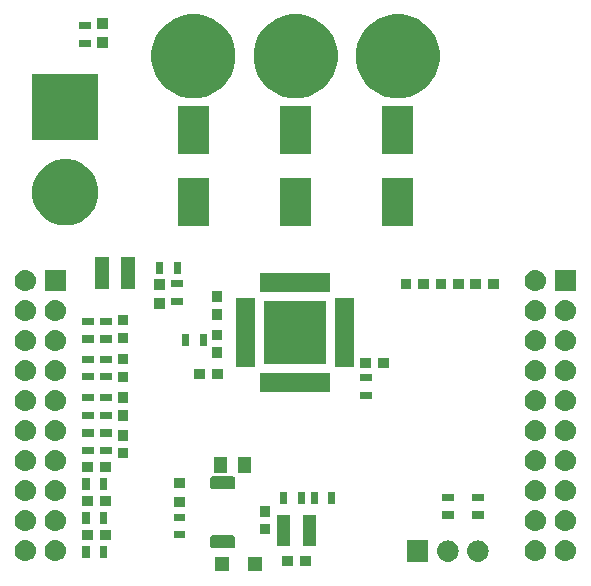
<source format=gts>
G04 #@! TF.GenerationSoftware,KiCad,Pcbnew,(5.1.4)-1*
G04 #@! TF.CreationDate,2019-08-28T01:11:50-07:00*
G04 #@! TF.ProjectId,ESC Drivetrain V1,45534320-4472-4697-9665-747261696e20,rev?*
G04 #@! TF.SameCoordinates,Original*
G04 #@! TF.FileFunction,Soldermask,Top*
G04 #@! TF.FilePolarity,Negative*
%FSLAX46Y46*%
G04 Gerber Fmt 4.6, Leading zero omitted, Abs format (unit mm)*
G04 Created by KiCad (PCBNEW (5.1.4)-1) date 2019-08-28 01:11:50*
%MOMM*%
%LPD*%
G04 APERTURE LIST*
%ADD10C,0.100000*%
G04 APERTURE END LIST*
D10*
G36*
X122676000Y-147626000D02*
G01*
X121474000Y-147626000D01*
X121474000Y-146424000D01*
X122676000Y-146424000D01*
X122676000Y-147626000D01*
X122676000Y-147626000D01*
G37*
G36*
X119876000Y-147626000D02*
G01*
X118674000Y-147626000D01*
X118674000Y-146424000D01*
X119876000Y-146424000D01*
X119876000Y-147626000D01*
X119876000Y-147626000D01*
G37*
G36*
X125276000Y-147151000D02*
G01*
X124374000Y-147151000D01*
X124374000Y-146299000D01*
X125276000Y-146299000D01*
X125276000Y-147151000D01*
X125276000Y-147151000D01*
G37*
G36*
X126776000Y-147151000D02*
G01*
X125874000Y-147151000D01*
X125874000Y-146299000D01*
X126776000Y-146299000D01*
X126776000Y-147151000D01*
X126776000Y-147151000D01*
G37*
G36*
X141040442Y-145005518D02*
G01*
X141106627Y-145012037D01*
X141276466Y-145063557D01*
X141432991Y-145147222D01*
X141468729Y-145176552D01*
X141570186Y-145259814D01*
X141649951Y-145357009D01*
X141682778Y-145397009D01*
X141766443Y-145553534D01*
X141817963Y-145723373D01*
X141835359Y-145900000D01*
X141817963Y-146076627D01*
X141766443Y-146246466D01*
X141682778Y-146402991D01*
X141665536Y-146424000D01*
X141570186Y-146540186D01*
X141481731Y-146612778D01*
X141432991Y-146652778D01*
X141276466Y-146736443D01*
X141106627Y-146787963D01*
X141040442Y-146794482D01*
X140974260Y-146801000D01*
X140885740Y-146801000D01*
X140819558Y-146794482D01*
X140753373Y-146787963D01*
X140583534Y-146736443D01*
X140427009Y-146652778D01*
X140378269Y-146612778D01*
X140289814Y-146540186D01*
X140194464Y-146424000D01*
X140177222Y-146402991D01*
X140093557Y-146246466D01*
X140042037Y-146076627D01*
X140024641Y-145900000D01*
X140042037Y-145723373D01*
X140093557Y-145553534D01*
X140177222Y-145397009D01*
X140210049Y-145357009D01*
X140289814Y-145259814D01*
X140391271Y-145176552D01*
X140427009Y-145147222D01*
X140583534Y-145063557D01*
X140753373Y-145012037D01*
X140819558Y-145005518D01*
X140885740Y-144999000D01*
X140974260Y-144999000D01*
X141040442Y-145005518D01*
X141040442Y-145005518D01*
G37*
G36*
X136751000Y-146801000D02*
G01*
X134949000Y-146801000D01*
X134949000Y-144999000D01*
X136751000Y-144999000D01*
X136751000Y-146801000D01*
X136751000Y-146801000D01*
G37*
G36*
X138500442Y-145005518D02*
G01*
X138566627Y-145012037D01*
X138736466Y-145063557D01*
X138892991Y-145147222D01*
X138928729Y-145176552D01*
X139030186Y-145259814D01*
X139109951Y-145357009D01*
X139142778Y-145397009D01*
X139226443Y-145553534D01*
X139277963Y-145723373D01*
X139295359Y-145900000D01*
X139277963Y-146076627D01*
X139226443Y-146246466D01*
X139142778Y-146402991D01*
X139125536Y-146424000D01*
X139030186Y-146540186D01*
X138941731Y-146612778D01*
X138892991Y-146652778D01*
X138736466Y-146736443D01*
X138566627Y-146787963D01*
X138500442Y-146794482D01*
X138434260Y-146801000D01*
X138345740Y-146801000D01*
X138279558Y-146794482D01*
X138213373Y-146787963D01*
X138043534Y-146736443D01*
X137887009Y-146652778D01*
X137838269Y-146612778D01*
X137749814Y-146540186D01*
X137654464Y-146424000D01*
X137637222Y-146402991D01*
X137553557Y-146246466D01*
X137502037Y-146076627D01*
X137484641Y-145900000D01*
X137502037Y-145723373D01*
X137553557Y-145553534D01*
X137637222Y-145397009D01*
X137670049Y-145357009D01*
X137749814Y-145259814D01*
X137851271Y-145176552D01*
X137887009Y-145147222D01*
X138043534Y-145063557D01*
X138213373Y-145012037D01*
X138279558Y-145005518D01*
X138345740Y-144999000D01*
X138434260Y-144999000D01*
X138500442Y-145005518D01*
X138500442Y-145005518D01*
G37*
G36*
X148450443Y-144965519D02*
G01*
X148516627Y-144972037D01*
X148686466Y-145023557D01*
X148842991Y-145107222D01*
X148878729Y-145136552D01*
X148980186Y-145219814D01*
X149063448Y-145321271D01*
X149092778Y-145357009D01*
X149176443Y-145513534D01*
X149227963Y-145683373D01*
X149245359Y-145860000D01*
X149227963Y-146036627D01*
X149176443Y-146206466D01*
X149092778Y-146362991D01*
X149063448Y-146398729D01*
X148980186Y-146500186D01*
X148878729Y-146583448D01*
X148842991Y-146612778D01*
X148686466Y-146696443D01*
X148516627Y-146747963D01*
X148450443Y-146754481D01*
X148384260Y-146761000D01*
X148295740Y-146761000D01*
X148229557Y-146754481D01*
X148163373Y-146747963D01*
X147993534Y-146696443D01*
X147837009Y-146612778D01*
X147801271Y-146583448D01*
X147699814Y-146500186D01*
X147616552Y-146398729D01*
X147587222Y-146362991D01*
X147503557Y-146206466D01*
X147452037Y-146036627D01*
X147434641Y-145860000D01*
X147452037Y-145683373D01*
X147503557Y-145513534D01*
X147587222Y-145357009D01*
X147616552Y-145321271D01*
X147699814Y-145219814D01*
X147801271Y-145136552D01*
X147837009Y-145107222D01*
X147993534Y-145023557D01*
X148163373Y-144972037D01*
X148229557Y-144965519D01*
X148295740Y-144959000D01*
X148384260Y-144959000D01*
X148450443Y-144965519D01*
X148450443Y-144965519D01*
G37*
G36*
X105270443Y-144965519D02*
G01*
X105336627Y-144972037D01*
X105506466Y-145023557D01*
X105662991Y-145107222D01*
X105698729Y-145136552D01*
X105800186Y-145219814D01*
X105883448Y-145321271D01*
X105912778Y-145357009D01*
X105996443Y-145513534D01*
X106047963Y-145683373D01*
X106065359Y-145860000D01*
X106047963Y-146036627D01*
X105996443Y-146206466D01*
X105912778Y-146362991D01*
X105883448Y-146398729D01*
X105800186Y-146500186D01*
X105698729Y-146583448D01*
X105662991Y-146612778D01*
X105506466Y-146696443D01*
X105336627Y-146747963D01*
X105270443Y-146754481D01*
X105204260Y-146761000D01*
X105115740Y-146761000D01*
X105049557Y-146754481D01*
X104983373Y-146747963D01*
X104813534Y-146696443D01*
X104657009Y-146612778D01*
X104621271Y-146583448D01*
X104519814Y-146500186D01*
X104436552Y-146398729D01*
X104407222Y-146362991D01*
X104323557Y-146206466D01*
X104272037Y-146036627D01*
X104254641Y-145860000D01*
X104272037Y-145683373D01*
X104323557Y-145513534D01*
X104407222Y-145357009D01*
X104436552Y-145321271D01*
X104519814Y-145219814D01*
X104621271Y-145136552D01*
X104657009Y-145107222D01*
X104813534Y-145023557D01*
X104983373Y-144972037D01*
X105049557Y-144965519D01*
X105115740Y-144959000D01*
X105204260Y-144959000D01*
X105270443Y-144965519D01*
X105270443Y-144965519D01*
G37*
G36*
X102730443Y-144965519D02*
G01*
X102796627Y-144972037D01*
X102966466Y-145023557D01*
X103122991Y-145107222D01*
X103158729Y-145136552D01*
X103260186Y-145219814D01*
X103343448Y-145321271D01*
X103372778Y-145357009D01*
X103456443Y-145513534D01*
X103507963Y-145683373D01*
X103525359Y-145860000D01*
X103507963Y-146036627D01*
X103456443Y-146206466D01*
X103372778Y-146362991D01*
X103343448Y-146398729D01*
X103260186Y-146500186D01*
X103158729Y-146583448D01*
X103122991Y-146612778D01*
X102966466Y-146696443D01*
X102796627Y-146747963D01*
X102730443Y-146754481D01*
X102664260Y-146761000D01*
X102575740Y-146761000D01*
X102509557Y-146754481D01*
X102443373Y-146747963D01*
X102273534Y-146696443D01*
X102117009Y-146612778D01*
X102081271Y-146583448D01*
X101979814Y-146500186D01*
X101896552Y-146398729D01*
X101867222Y-146362991D01*
X101783557Y-146206466D01*
X101732037Y-146036627D01*
X101714641Y-145860000D01*
X101732037Y-145683373D01*
X101783557Y-145513534D01*
X101867222Y-145357009D01*
X101896552Y-145321271D01*
X101979814Y-145219814D01*
X102081271Y-145136552D01*
X102117009Y-145107222D01*
X102273534Y-145023557D01*
X102443373Y-144972037D01*
X102509557Y-144965519D01*
X102575740Y-144959000D01*
X102664260Y-144959000D01*
X102730443Y-144965519D01*
X102730443Y-144965519D01*
G37*
G36*
X145910443Y-144965519D02*
G01*
X145976627Y-144972037D01*
X146146466Y-145023557D01*
X146302991Y-145107222D01*
X146338729Y-145136552D01*
X146440186Y-145219814D01*
X146523448Y-145321271D01*
X146552778Y-145357009D01*
X146636443Y-145513534D01*
X146687963Y-145683373D01*
X146705359Y-145860000D01*
X146687963Y-146036627D01*
X146636443Y-146206466D01*
X146552778Y-146362991D01*
X146523448Y-146398729D01*
X146440186Y-146500186D01*
X146338729Y-146583448D01*
X146302991Y-146612778D01*
X146146466Y-146696443D01*
X145976627Y-146747963D01*
X145910443Y-146754481D01*
X145844260Y-146761000D01*
X145755740Y-146761000D01*
X145689557Y-146754481D01*
X145623373Y-146747963D01*
X145453534Y-146696443D01*
X145297009Y-146612778D01*
X145261271Y-146583448D01*
X145159814Y-146500186D01*
X145076552Y-146398729D01*
X145047222Y-146362991D01*
X144963557Y-146206466D01*
X144912037Y-146036627D01*
X144894641Y-145860000D01*
X144912037Y-145683373D01*
X144963557Y-145513534D01*
X145047222Y-145357009D01*
X145076552Y-145321271D01*
X145159814Y-145219814D01*
X145261271Y-145136552D01*
X145297009Y-145107222D01*
X145453534Y-145023557D01*
X145623373Y-144972037D01*
X145689557Y-144965519D01*
X145755740Y-144959000D01*
X145844260Y-144959000D01*
X145910443Y-144965519D01*
X145910443Y-144965519D01*
G37*
G36*
X108051000Y-146501000D02*
G01*
X107449000Y-146501000D01*
X107449000Y-145499000D01*
X108051000Y-145499000D01*
X108051000Y-146501000D01*
X108051000Y-146501000D01*
G37*
G36*
X109551000Y-146501000D02*
G01*
X108949000Y-146501000D01*
X108949000Y-145499000D01*
X109551000Y-145499000D01*
X109551000Y-146501000D01*
X109551000Y-146501000D01*
G37*
G36*
X120204434Y-144578686D02*
G01*
X120244284Y-144590774D01*
X120280999Y-144610399D01*
X120313186Y-144636814D01*
X120339601Y-144669001D01*
X120359226Y-144705716D01*
X120371314Y-144745566D01*
X120376000Y-144793141D01*
X120376000Y-145456859D01*
X120371314Y-145504434D01*
X120359226Y-145544284D01*
X120339601Y-145580999D01*
X120313186Y-145613186D01*
X120280999Y-145639601D01*
X120244284Y-145659226D01*
X120204434Y-145671314D01*
X120156859Y-145676000D01*
X118493141Y-145676000D01*
X118445566Y-145671314D01*
X118405716Y-145659226D01*
X118369001Y-145639601D01*
X118336814Y-145613186D01*
X118310399Y-145580999D01*
X118290774Y-145544284D01*
X118278686Y-145504434D01*
X118274000Y-145456859D01*
X118274000Y-144793141D01*
X118278686Y-144745566D01*
X118290774Y-144705716D01*
X118310399Y-144669001D01*
X118336814Y-144636814D01*
X118369001Y-144610399D01*
X118405716Y-144590774D01*
X118445566Y-144578686D01*
X118493141Y-144574000D01*
X120156859Y-144574000D01*
X120204434Y-144578686D01*
X120204434Y-144578686D01*
G37*
G36*
X125056000Y-145501000D02*
G01*
X123894000Y-145501000D01*
X123894000Y-142849000D01*
X125056000Y-142849000D01*
X125056000Y-145501000D01*
X125056000Y-145501000D01*
G37*
G36*
X127256000Y-145501000D02*
G01*
X126094000Y-145501000D01*
X126094000Y-142849000D01*
X127256000Y-142849000D01*
X127256000Y-145501000D01*
X127256000Y-145501000D01*
G37*
G36*
X108351000Y-144976000D02*
G01*
X107449000Y-144976000D01*
X107449000Y-144124000D01*
X108351000Y-144124000D01*
X108351000Y-144976000D01*
X108351000Y-144976000D01*
G37*
G36*
X109851000Y-144976000D02*
G01*
X108949000Y-144976000D01*
X108949000Y-144124000D01*
X109851000Y-144124000D01*
X109851000Y-144976000D01*
X109851000Y-144976000D01*
G37*
G36*
X116176000Y-144826000D02*
G01*
X115174000Y-144826000D01*
X115174000Y-144224000D01*
X116176000Y-144224000D01*
X116176000Y-144826000D01*
X116176000Y-144826000D01*
G37*
G36*
X123351000Y-144476000D02*
G01*
X122499000Y-144476000D01*
X122499000Y-143574000D01*
X123351000Y-143574000D01*
X123351000Y-144476000D01*
X123351000Y-144476000D01*
G37*
G36*
X148450442Y-142425518D02*
G01*
X148516627Y-142432037D01*
X148686466Y-142483557D01*
X148842991Y-142567222D01*
X148878729Y-142596552D01*
X148980186Y-142679814D01*
X149063448Y-142781271D01*
X149092778Y-142817009D01*
X149176443Y-142973534D01*
X149227963Y-143143373D01*
X149245359Y-143320000D01*
X149227963Y-143496627D01*
X149176443Y-143666466D01*
X149092778Y-143822991D01*
X149063448Y-143858729D01*
X148980186Y-143960186D01*
X148878729Y-144043448D01*
X148842991Y-144072778D01*
X148686466Y-144156443D01*
X148516627Y-144207963D01*
X148450442Y-144214482D01*
X148384260Y-144221000D01*
X148295740Y-144221000D01*
X148229558Y-144214482D01*
X148163373Y-144207963D01*
X147993534Y-144156443D01*
X147837009Y-144072778D01*
X147801271Y-144043448D01*
X147699814Y-143960186D01*
X147616552Y-143858729D01*
X147587222Y-143822991D01*
X147503557Y-143666466D01*
X147452037Y-143496627D01*
X147434641Y-143320000D01*
X147452037Y-143143373D01*
X147503557Y-142973534D01*
X147587222Y-142817009D01*
X147616552Y-142781271D01*
X147699814Y-142679814D01*
X147801271Y-142596552D01*
X147837009Y-142567222D01*
X147993534Y-142483557D01*
X148163373Y-142432037D01*
X148229558Y-142425518D01*
X148295740Y-142419000D01*
X148384260Y-142419000D01*
X148450442Y-142425518D01*
X148450442Y-142425518D01*
G37*
G36*
X105270442Y-142425518D02*
G01*
X105336627Y-142432037D01*
X105506466Y-142483557D01*
X105662991Y-142567222D01*
X105698729Y-142596552D01*
X105800186Y-142679814D01*
X105883448Y-142781271D01*
X105912778Y-142817009D01*
X105996443Y-142973534D01*
X106047963Y-143143373D01*
X106065359Y-143320000D01*
X106047963Y-143496627D01*
X105996443Y-143666466D01*
X105912778Y-143822991D01*
X105883448Y-143858729D01*
X105800186Y-143960186D01*
X105698729Y-144043448D01*
X105662991Y-144072778D01*
X105506466Y-144156443D01*
X105336627Y-144207963D01*
X105270442Y-144214482D01*
X105204260Y-144221000D01*
X105115740Y-144221000D01*
X105049558Y-144214482D01*
X104983373Y-144207963D01*
X104813534Y-144156443D01*
X104657009Y-144072778D01*
X104621271Y-144043448D01*
X104519814Y-143960186D01*
X104436552Y-143858729D01*
X104407222Y-143822991D01*
X104323557Y-143666466D01*
X104272037Y-143496627D01*
X104254641Y-143320000D01*
X104272037Y-143143373D01*
X104323557Y-142973534D01*
X104407222Y-142817009D01*
X104436552Y-142781271D01*
X104519814Y-142679814D01*
X104621271Y-142596552D01*
X104657009Y-142567222D01*
X104813534Y-142483557D01*
X104983373Y-142432037D01*
X105049558Y-142425518D01*
X105115740Y-142419000D01*
X105204260Y-142419000D01*
X105270442Y-142425518D01*
X105270442Y-142425518D01*
G37*
G36*
X145910442Y-142425518D02*
G01*
X145976627Y-142432037D01*
X146146466Y-142483557D01*
X146302991Y-142567222D01*
X146338729Y-142596552D01*
X146440186Y-142679814D01*
X146523448Y-142781271D01*
X146552778Y-142817009D01*
X146636443Y-142973534D01*
X146687963Y-143143373D01*
X146705359Y-143320000D01*
X146687963Y-143496627D01*
X146636443Y-143666466D01*
X146552778Y-143822991D01*
X146523448Y-143858729D01*
X146440186Y-143960186D01*
X146338729Y-144043448D01*
X146302991Y-144072778D01*
X146146466Y-144156443D01*
X145976627Y-144207963D01*
X145910442Y-144214482D01*
X145844260Y-144221000D01*
X145755740Y-144221000D01*
X145689558Y-144214482D01*
X145623373Y-144207963D01*
X145453534Y-144156443D01*
X145297009Y-144072778D01*
X145261271Y-144043448D01*
X145159814Y-143960186D01*
X145076552Y-143858729D01*
X145047222Y-143822991D01*
X144963557Y-143666466D01*
X144912037Y-143496627D01*
X144894641Y-143320000D01*
X144912037Y-143143373D01*
X144963557Y-142973534D01*
X145047222Y-142817009D01*
X145076552Y-142781271D01*
X145159814Y-142679814D01*
X145261271Y-142596552D01*
X145297009Y-142567222D01*
X145453534Y-142483557D01*
X145623373Y-142432037D01*
X145689558Y-142425518D01*
X145755740Y-142419000D01*
X145844260Y-142419000D01*
X145910442Y-142425518D01*
X145910442Y-142425518D01*
G37*
G36*
X102730442Y-142425518D02*
G01*
X102796627Y-142432037D01*
X102966466Y-142483557D01*
X103122991Y-142567222D01*
X103158729Y-142596552D01*
X103260186Y-142679814D01*
X103343448Y-142781271D01*
X103372778Y-142817009D01*
X103456443Y-142973534D01*
X103507963Y-143143373D01*
X103525359Y-143320000D01*
X103507963Y-143496627D01*
X103456443Y-143666466D01*
X103372778Y-143822991D01*
X103343448Y-143858729D01*
X103260186Y-143960186D01*
X103158729Y-144043448D01*
X103122991Y-144072778D01*
X102966466Y-144156443D01*
X102796627Y-144207963D01*
X102730442Y-144214482D01*
X102664260Y-144221000D01*
X102575740Y-144221000D01*
X102509558Y-144214482D01*
X102443373Y-144207963D01*
X102273534Y-144156443D01*
X102117009Y-144072778D01*
X102081271Y-144043448D01*
X101979814Y-143960186D01*
X101896552Y-143858729D01*
X101867222Y-143822991D01*
X101783557Y-143666466D01*
X101732037Y-143496627D01*
X101714641Y-143320000D01*
X101732037Y-143143373D01*
X101783557Y-142973534D01*
X101867222Y-142817009D01*
X101896552Y-142781271D01*
X101979814Y-142679814D01*
X102081271Y-142596552D01*
X102117009Y-142567222D01*
X102273534Y-142483557D01*
X102443373Y-142432037D01*
X102509558Y-142425518D01*
X102575740Y-142419000D01*
X102664260Y-142419000D01*
X102730442Y-142425518D01*
X102730442Y-142425518D01*
G37*
G36*
X108051000Y-143601000D02*
G01*
X107449000Y-143601000D01*
X107449000Y-142599000D01*
X108051000Y-142599000D01*
X108051000Y-143601000D01*
X108051000Y-143601000D01*
G37*
G36*
X109551000Y-143601000D02*
G01*
X108949000Y-143601000D01*
X108949000Y-142599000D01*
X109551000Y-142599000D01*
X109551000Y-143601000D01*
X109551000Y-143601000D01*
G37*
G36*
X116176000Y-143326000D02*
G01*
X115174000Y-143326000D01*
X115174000Y-142724000D01*
X116176000Y-142724000D01*
X116176000Y-143326000D01*
X116176000Y-143326000D01*
G37*
G36*
X141451000Y-143151000D02*
G01*
X140449000Y-143151000D01*
X140449000Y-142549000D01*
X141451000Y-142549000D01*
X141451000Y-143151000D01*
X141451000Y-143151000D01*
G37*
G36*
X138901000Y-143151000D02*
G01*
X137899000Y-143151000D01*
X137899000Y-142549000D01*
X138901000Y-142549000D01*
X138901000Y-143151000D01*
X138901000Y-143151000D01*
G37*
G36*
X123351000Y-142976000D02*
G01*
X122499000Y-142976000D01*
X122499000Y-142074000D01*
X123351000Y-142074000D01*
X123351000Y-142976000D01*
X123351000Y-142976000D01*
G37*
G36*
X116101000Y-142201000D02*
G01*
X115199000Y-142201000D01*
X115199000Y-141299000D01*
X116101000Y-141299000D01*
X116101000Y-142201000D01*
X116101000Y-142201000D01*
G37*
G36*
X108351000Y-142076000D02*
G01*
X107449000Y-142076000D01*
X107449000Y-141224000D01*
X108351000Y-141224000D01*
X108351000Y-142076000D01*
X108351000Y-142076000D01*
G37*
G36*
X109851000Y-142076000D02*
G01*
X108949000Y-142076000D01*
X108949000Y-141224000D01*
X109851000Y-141224000D01*
X109851000Y-142076000D01*
X109851000Y-142076000D01*
G37*
G36*
X128876000Y-141926000D02*
G01*
X128274000Y-141926000D01*
X128274000Y-140924000D01*
X128876000Y-140924000D01*
X128876000Y-141926000D01*
X128876000Y-141926000D01*
G37*
G36*
X127376000Y-141926000D02*
G01*
X126774000Y-141926000D01*
X126774000Y-140924000D01*
X127376000Y-140924000D01*
X127376000Y-141926000D01*
X127376000Y-141926000D01*
G37*
G36*
X126276000Y-141926000D02*
G01*
X125674000Y-141926000D01*
X125674000Y-140924000D01*
X126276000Y-140924000D01*
X126276000Y-141926000D01*
X126276000Y-141926000D01*
G37*
G36*
X124776000Y-141926000D02*
G01*
X124174000Y-141926000D01*
X124174000Y-140924000D01*
X124776000Y-140924000D01*
X124776000Y-141926000D01*
X124776000Y-141926000D01*
G37*
G36*
X145910442Y-139885518D02*
G01*
X145976627Y-139892037D01*
X146146466Y-139943557D01*
X146302991Y-140027222D01*
X146338729Y-140056552D01*
X146440186Y-140139814D01*
X146523448Y-140241271D01*
X146552778Y-140277009D01*
X146636443Y-140433534D01*
X146687963Y-140603373D01*
X146705359Y-140780000D01*
X146687963Y-140956627D01*
X146636443Y-141126466D01*
X146552778Y-141282991D01*
X146523448Y-141318729D01*
X146440186Y-141420186D01*
X146338729Y-141503448D01*
X146302991Y-141532778D01*
X146146466Y-141616443D01*
X145976627Y-141667963D01*
X145910442Y-141674482D01*
X145844260Y-141681000D01*
X145755740Y-141681000D01*
X145689558Y-141674482D01*
X145623373Y-141667963D01*
X145453534Y-141616443D01*
X145297009Y-141532778D01*
X145261271Y-141503448D01*
X145159814Y-141420186D01*
X145076552Y-141318729D01*
X145047222Y-141282991D01*
X144963557Y-141126466D01*
X144912037Y-140956627D01*
X144894641Y-140780000D01*
X144912037Y-140603373D01*
X144963557Y-140433534D01*
X145047222Y-140277009D01*
X145076552Y-140241271D01*
X145159814Y-140139814D01*
X145261271Y-140056552D01*
X145297009Y-140027222D01*
X145453534Y-139943557D01*
X145623373Y-139892037D01*
X145689558Y-139885518D01*
X145755740Y-139879000D01*
X145844260Y-139879000D01*
X145910442Y-139885518D01*
X145910442Y-139885518D01*
G37*
G36*
X105270442Y-139885518D02*
G01*
X105336627Y-139892037D01*
X105506466Y-139943557D01*
X105662991Y-140027222D01*
X105698729Y-140056552D01*
X105800186Y-140139814D01*
X105883448Y-140241271D01*
X105912778Y-140277009D01*
X105996443Y-140433534D01*
X106047963Y-140603373D01*
X106065359Y-140780000D01*
X106047963Y-140956627D01*
X105996443Y-141126466D01*
X105912778Y-141282991D01*
X105883448Y-141318729D01*
X105800186Y-141420186D01*
X105698729Y-141503448D01*
X105662991Y-141532778D01*
X105506466Y-141616443D01*
X105336627Y-141667963D01*
X105270442Y-141674482D01*
X105204260Y-141681000D01*
X105115740Y-141681000D01*
X105049558Y-141674482D01*
X104983373Y-141667963D01*
X104813534Y-141616443D01*
X104657009Y-141532778D01*
X104621271Y-141503448D01*
X104519814Y-141420186D01*
X104436552Y-141318729D01*
X104407222Y-141282991D01*
X104323557Y-141126466D01*
X104272037Y-140956627D01*
X104254641Y-140780000D01*
X104272037Y-140603373D01*
X104323557Y-140433534D01*
X104407222Y-140277009D01*
X104436552Y-140241271D01*
X104519814Y-140139814D01*
X104621271Y-140056552D01*
X104657009Y-140027222D01*
X104813534Y-139943557D01*
X104983373Y-139892037D01*
X105049558Y-139885518D01*
X105115740Y-139879000D01*
X105204260Y-139879000D01*
X105270442Y-139885518D01*
X105270442Y-139885518D01*
G37*
G36*
X102730442Y-139885518D02*
G01*
X102796627Y-139892037D01*
X102966466Y-139943557D01*
X103122991Y-140027222D01*
X103158729Y-140056552D01*
X103260186Y-140139814D01*
X103343448Y-140241271D01*
X103372778Y-140277009D01*
X103456443Y-140433534D01*
X103507963Y-140603373D01*
X103525359Y-140780000D01*
X103507963Y-140956627D01*
X103456443Y-141126466D01*
X103372778Y-141282991D01*
X103343448Y-141318729D01*
X103260186Y-141420186D01*
X103158729Y-141503448D01*
X103122991Y-141532778D01*
X102966466Y-141616443D01*
X102796627Y-141667963D01*
X102730442Y-141674482D01*
X102664260Y-141681000D01*
X102575740Y-141681000D01*
X102509558Y-141674482D01*
X102443373Y-141667963D01*
X102273534Y-141616443D01*
X102117009Y-141532778D01*
X102081271Y-141503448D01*
X101979814Y-141420186D01*
X101896552Y-141318729D01*
X101867222Y-141282991D01*
X101783557Y-141126466D01*
X101732037Y-140956627D01*
X101714641Y-140780000D01*
X101732037Y-140603373D01*
X101783557Y-140433534D01*
X101867222Y-140277009D01*
X101896552Y-140241271D01*
X101979814Y-140139814D01*
X102081271Y-140056552D01*
X102117009Y-140027222D01*
X102273534Y-139943557D01*
X102443373Y-139892037D01*
X102509558Y-139885518D01*
X102575740Y-139879000D01*
X102664260Y-139879000D01*
X102730442Y-139885518D01*
X102730442Y-139885518D01*
G37*
G36*
X148450442Y-139885518D02*
G01*
X148516627Y-139892037D01*
X148686466Y-139943557D01*
X148842991Y-140027222D01*
X148878729Y-140056552D01*
X148980186Y-140139814D01*
X149063448Y-140241271D01*
X149092778Y-140277009D01*
X149176443Y-140433534D01*
X149227963Y-140603373D01*
X149245359Y-140780000D01*
X149227963Y-140956627D01*
X149176443Y-141126466D01*
X149092778Y-141282991D01*
X149063448Y-141318729D01*
X148980186Y-141420186D01*
X148878729Y-141503448D01*
X148842991Y-141532778D01*
X148686466Y-141616443D01*
X148516627Y-141667963D01*
X148450442Y-141674482D01*
X148384260Y-141681000D01*
X148295740Y-141681000D01*
X148229558Y-141674482D01*
X148163373Y-141667963D01*
X147993534Y-141616443D01*
X147837009Y-141532778D01*
X147801271Y-141503448D01*
X147699814Y-141420186D01*
X147616552Y-141318729D01*
X147587222Y-141282991D01*
X147503557Y-141126466D01*
X147452037Y-140956627D01*
X147434641Y-140780000D01*
X147452037Y-140603373D01*
X147503557Y-140433534D01*
X147587222Y-140277009D01*
X147616552Y-140241271D01*
X147699814Y-140139814D01*
X147801271Y-140056552D01*
X147837009Y-140027222D01*
X147993534Y-139943557D01*
X148163373Y-139892037D01*
X148229558Y-139885518D01*
X148295740Y-139879000D01*
X148384260Y-139879000D01*
X148450442Y-139885518D01*
X148450442Y-139885518D01*
G37*
G36*
X138901000Y-141651000D02*
G01*
X137899000Y-141651000D01*
X137899000Y-141049000D01*
X138901000Y-141049000D01*
X138901000Y-141651000D01*
X138901000Y-141651000D01*
G37*
G36*
X141451000Y-141651000D02*
G01*
X140449000Y-141651000D01*
X140449000Y-141049000D01*
X141451000Y-141049000D01*
X141451000Y-141651000D01*
X141451000Y-141651000D01*
G37*
G36*
X109551000Y-140701000D02*
G01*
X108949000Y-140701000D01*
X108949000Y-139699000D01*
X109551000Y-139699000D01*
X109551000Y-140701000D01*
X109551000Y-140701000D01*
G37*
G36*
X108051000Y-140701000D02*
G01*
X107449000Y-140701000D01*
X107449000Y-139699000D01*
X108051000Y-139699000D01*
X108051000Y-140701000D01*
X108051000Y-140701000D01*
G37*
G36*
X120204434Y-139578686D02*
G01*
X120244284Y-139590774D01*
X120280999Y-139610399D01*
X120313186Y-139636814D01*
X120339601Y-139669001D01*
X120359226Y-139705716D01*
X120371314Y-139745566D01*
X120376000Y-139793141D01*
X120376000Y-140456859D01*
X120371314Y-140504434D01*
X120359226Y-140544284D01*
X120339601Y-140580999D01*
X120313186Y-140613186D01*
X120280999Y-140639601D01*
X120244284Y-140659226D01*
X120204434Y-140671314D01*
X120156859Y-140676000D01*
X118493141Y-140676000D01*
X118445566Y-140671314D01*
X118405716Y-140659226D01*
X118369001Y-140639601D01*
X118336814Y-140613186D01*
X118310399Y-140580999D01*
X118290774Y-140544284D01*
X118278686Y-140504434D01*
X118274000Y-140456859D01*
X118274000Y-139793141D01*
X118278686Y-139745566D01*
X118290774Y-139705716D01*
X118310399Y-139669001D01*
X118336814Y-139636814D01*
X118369001Y-139610399D01*
X118405716Y-139590774D01*
X118445566Y-139578686D01*
X118493141Y-139574000D01*
X120156859Y-139574000D01*
X120204434Y-139578686D01*
X120204434Y-139578686D01*
G37*
G36*
X116101000Y-140601000D02*
G01*
X115199000Y-140601000D01*
X115199000Y-139699000D01*
X116101000Y-139699000D01*
X116101000Y-140601000D01*
X116101000Y-140601000D01*
G37*
G36*
X121726000Y-139251000D02*
G01*
X120624000Y-139251000D01*
X120624000Y-137899000D01*
X121726000Y-137899000D01*
X121726000Y-139251000D01*
X121726000Y-139251000D01*
G37*
G36*
X119726000Y-139251000D02*
G01*
X118624000Y-139251000D01*
X118624000Y-137899000D01*
X119726000Y-137899000D01*
X119726000Y-139251000D01*
X119726000Y-139251000D01*
G37*
G36*
X108351000Y-139176000D02*
G01*
X107449000Y-139176000D01*
X107449000Y-138324000D01*
X108351000Y-138324000D01*
X108351000Y-139176000D01*
X108351000Y-139176000D01*
G37*
G36*
X109851000Y-139176000D02*
G01*
X108949000Y-139176000D01*
X108949000Y-138324000D01*
X109851000Y-138324000D01*
X109851000Y-139176000D01*
X109851000Y-139176000D01*
G37*
G36*
X102730443Y-137345519D02*
G01*
X102796627Y-137352037D01*
X102966466Y-137403557D01*
X103122991Y-137487222D01*
X103158729Y-137516552D01*
X103260186Y-137599814D01*
X103343226Y-137701000D01*
X103372778Y-137737009D01*
X103456443Y-137893534D01*
X103507963Y-138063373D01*
X103525359Y-138240000D01*
X103507963Y-138416627D01*
X103456443Y-138586466D01*
X103372778Y-138742991D01*
X103343448Y-138778729D01*
X103260186Y-138880186D01*
X103158729Y-138963448D01*
X103122991Y-138992778D01*
X102966466Y-139076443D01*
X102796627Y-139127963D01*
X102730443Y-139134481D01*
X102664260Y-139141000D01*
X102575740Y-139141000D01*
X102509557Y-139134481D01*
X102443373Y-139127963D01*
X102273534Y-139076443D01*
X102117009Y-138992778D01*
X102081271Y-138963448D01*
X101979814Y-138880186D01*
X101896552Y-138778729D01*
X101867222Y-138742991D01*
X101783557Y-138586466D01*
X101732037Y-138416627D01*
X101714641Y-138240000D01*
X101732037Y-138063373D01*
X101783557Y-137893534D01*
X101867222Y-137737009D01*
X101896774Y-137701000D01*
X101979814Y-137599814D01*
X102081271Y-137516552D01*
X102117009Y-137487222D01*
X102273534Y-137403557D01*
X102443373Y-137352037D01*
X102509557Y-137345519D01*
X102575740Y-137339000D01*
X102664260Y-137339000D01*
X102730443Y-137345519D01*
X102730443Y-137345519D01*
G37*
G36*
X105270443Y-137345519D02*
G01*
X105336627Y-137352037D01*
X105506466Y-137403557D01*
X105662991Y-137487222D01*
X105698729Y-137516552D01*
X105800186Y-137599814D01*
X105883226Y-137701000D01*
X105912778Y-137737009D01*
X105996443Y-137893534D01*
X106047963Y-138063373D01*
X106065359Y-138240000D01*
X106047963Y-138416627D01*
X105996443Y-138586466D01*
X105912778Y-138742991D01*
X105883448Y-138778729D01*
X105800186Y-138880186D01*
X105698729Y-138963448D01*
X105662991Y-138992778D01*
X105506466Y-139076443D01*
X105336627Y-139127963D01*
X105270443Y-139134481D01*
X105204260Y-139141000D01*
X105115740Y-139141000D01*
X105049557Y-139134481D01*
X104983373Y-139127963D01*
X104813534Y-139076443D01*
X104657009Y-138992778D01*
X104621271Y-138963448D01*
X104519814Y-138880186D01*
X104436552Y-138778729D01*
X104407222Y-138742991D01*
X104323557Y-138586466D01*
X104272037Y-138416627D01*
X104254641Y-138240000D01*
X104272037Y-138063373D01*
X104323557Y-137893534D01*
X104407222Y-137737009D01*
X104436774Y-137701000D01*
X104519814Y-137599814D01*
X104621271Y-137516552D01*
X104657009Y-137487222D01*
X104813534Y-137403557D01*
X104983373Y-137352037D01*
X105049557Y-137345519D01*
X105115740Y-137339000D01*
X105204260Y-137339000D01*
X105270443Y-137345519D01*
X105270443Y-137345519D01*
G37*
G36*
X145910443Y-137345519D02*
G01*
X145976627Y-137352037D01*
X146146466Y-137403557D01*
X146302991Y-137487222D01*
X146338729Y-137516552D01*
X146440186Y-137599814D01*
X146523226Y-137701000D01*
X146552778Y-137737009D01*
X146636443Y-137893534D01*
X146687963Y-138063373D01*
X146705359Y-138240000D01*
X146687963Y-138416627D01*
X146636443Y-138586466D01*
X146552778Y-138742991D01*
X146523448Y-138778729D01*
X146440186Y-138880186D01*
X146338729Y-138963448D01*
X146302991Y-138992778D01*
X146146466Y-139076443D01*
X145976627Y-139127963D01*
X145910443Y-139134481D01*
X145844260Y-139141000D01*
X145755740Y-139141000D01*
X145689557Y-139134481D01*
X145623373Y-139127963D01*
X145453534Y-139076443D01*
X145297009Y-138992778D01*
X145261271Y-138963448D01*
X145159814Y-138880186D01*
X145076552Y-138778729D01*
X145047222Y-138742991D01*
X144963557Y-138586466D01*
X144912037Y-138416627D01*
X144894641Y-138240000D01*
X144912037Y-138063373D01*
X144963557Y-137893534D01*
X145047222Y-137737009D01*
X145076774Y-137701000D01*
X145159814Y-137599814D01*
X145261271Y-137516552D01*
X145297009Y-137487222D01*
X145453534Y-137403557D01*
X145623373Y-137352037D01*
X145689557Y-137345519D01*
X145755740Y-137339000D01*
X145844260Y-137339000D01*
X145910443Y-137345519D01*
X145910443Y-137345519D01*
G37*
G36*
X148450443Y-137345519D02*
G01*
X148516627Y-137352037D01*
X148686466Y-137403557D01*
X148842991Y-137487222D01*
X148878729Y-137516552D01*
X148980186Y-137599814D01*
X149063226Y-137701000D01*
X149092778Y-137737009D01*
X149176443Y-137893534D01*
X149227963Y-138063373D01*
X149245359Y-138240000D01*
X149227963Y-138416627D01*
X149176443Y-138586466D01*
X149092778Y-138742991D01*
X149063448Y-138778729D01*
X148980186Y-138880186D01*
X148878729Y-138963448D01*
X148842991Y-138992778D01*
X148686466Y-139076443D01*
X148516627Y-139127963D01*
X148450443Y-139134481D01*
X148384260Y-139141000D01*
X148295740Y-139141000D01*
X148229557Y-139134481D01*
X148163373Y-139127963D01*
X147993534Y-139076443D01*
X147837009Y-138992778D01*
X147801271Y-138963448D01*
X147699814Y-138880186D01*
X147616552Y-138778729D01*
X147587222Y-138742991D01*
X147503557Y-138586466D01*
X147452037Y-138416627D01*
X147434641Y-138240000D01*
X147452037Y-138063373D01*
X147503557Y-137893534D01*
X147587222Y-137737009D01*
X147616774Y-137701000D01*
X147699814Y-137599814D01*
X147801271Y-137516552D01*
X147837009Y-137487222D01*
X147993534Y-137403557D01*
X148163373Y-137352037D01*
X148229557Y-137345519D01*
X148295740Y-137339000D01*
X148384260Y-137339000D01*
X148450443Y-137345519D01*
X148450443Y-137345519D01*
G37*
G36*
X111326000Y-138051000D02*
G01*
X110474000Y-138051000D01*
X110474000Y-137149000D01*
X111326000Y-137149000D01*
X111326000Y-138051000D01*
X111326000Y-138051000D01*
G37*
G36*
X109951000Y-137701000D02*
G01*
X108949000Y-137701000D01*
X108949000Y-137099000D01*
X109951000Y-137099000D01*
X109951000Y-137701000D01*
X109951000Y-137701000D01*
G37*
G36*
X108451000Y-137701000D02*
G01*
X107449000Y-137701000D01*
X107449000Y-137099000D01*
X108451000Y-137099000D01*
X108451000Y-137701000D01*
X108451000Y-137701000D01*
G37*
G36*
X105270442Y-134805518D02*
G01*
X105336627Y-134812037D01*
X105506466Y-134863557D01*
X105662991Y-134947222D01*
X105698729Y-134976552D01*
X105800186Y-135059814D01*
X105883448Y-135161271D01*
X105912778Y-135197009D01*
X105996443Y-135353534D01*
X106047963Y-135523373D01*
X106065359Y-135700000D01*
X106047963Y-135876627D01*
X105996443Y-136046466D01*
X105912778Y-136202991D01*
X105883448Y-136238729D01*
X105800186Y-136340186D01*
X105698729Y-136423448D01*
X105662991Y-136452778D01*
X105506466Y-136536443D01*
X105336627Y-136587963D01*
X105270442Y-136594482D01*
X105204260Y-136601000D01*
X105115740Y-136601000D01*
X105049558Y-136594482D01*
X104983373Y-136587963D01*
X104813534Y-136536443D01*
X104657009Y-136452778D01*
X104621271Y-136423448D01*
X104519814Y-136340186D01*
X104436552Y-136238729D01*
X104407222Y-136202991D01*
X104323557Y-136046466D01*
X104272037Y-135876627D01*
X104254641Y-135700000D01*
X104272037Y-135523373D01*
X104323557Y-135353534D01*
X104407222Y-135197009D01*
X104436552Y-135161271D01*
X104519814Y-135059814D01*
X104621271Y-134976552D01*
X104657009Y-134947222D01*
X104813534Y-134863557D01*
X104983373Y-134812037D01*
X105049558Y-134805518D01*
X105115740Y-134799000D01*
X105204260Y-134799000D01*
X105270442Y-134805518D01*
X105270442Y-134805518D01*
G37*
G36*
X102730442Y-134805518D02*
G01*
X102796627Y-134812037D01*
X102966466Y-134863557D01*
X103122991Y-134947222D01*
X103158729Y-134976552D01*
X103260186Y-135059814D01*
X103343448Y-135161271D01*
X103372778Y-135197009D01*
X103456443Y-135353534D01*
X103507963Y-135523373D01*
X103525359Y-135700000D01*
X103507963Y-135876627D01*
X103456443Y-136046466D01*
X103372778Y-136202991D01*
X103343448Y-136238729D01*
X103260186Y-136340186D01*
X103158729Y-136423448D01*
X103122991Y-136452778D01*
X102966466Y-136536443D01*
X102796627Y-136587963D01*
X102730442Y-136594482D01*
X102664260Y-136601000D01*
X102575740Y-136601000D01*
X102509558Y-136594482D01*
X102443373Y-136587963D01*
X102273534Y-136536443D01*
X102117009Y-136452778D01*
X102081271Y-136423448D01*
X101979814Y-136340186D01*
X101896552Y-136238729D01*
X101867222Y-136202991D01*
X101783557Y-136046466D01*
X101732037Y-135876627D01*
X101714641Y-135700000D01*
X101732037Y-135523373D01*
X101783557Y-135353534D01*
X101867222Y-135197009D01*
X101896552Y-135161271D01*
X101979814Y-135059814D01*
X102081271Y-134976552D01*
X102117009Y-134947222D01*
X102273534Y-134863557D01*
X102443373Y-134812037D01*
X102509558Y-134805518D01*
X102575740Y-134799000D01*
X102664260Y-134799000D01*
X102730442Y-134805518D01*
X102730442Y-134805518D01*
G37*
G36*
X148450442Y-134805518D02*
G01*
X148516627Y-134812037D01*
X148686466Y-134863557D01*
X148842991Y-134947222D01*
X148878729Y-134976552D01*
X148980186Y-135059814D01*
X149063448Y-135161271D01*
X149092778Y-135197009D01*
X149176443Y-135353534D01*
X149227963Y-135523373D01*
X149245359Y-135700000D01*
X149227963Y-135876627D01*
X149176443Y-136046466D01*
X149092778Y-136202991D01*
X149063448Y-136238729D01*
X148980186Y-136340186D01*
X148878729Y-136423448D01*
X148842991Y-136452778D01*
X148686466Y-136536443D01*
X148516627Y-136587963D01*
X148450442Y-136594482D01*
X148384260Y-136601000D01*
X148295740Y-136601000D01*
X148229558Y-136594482D01*
X148163373Y-136587963D01*
X147993534Y-136536443D01*
X147837009Y-136452778D01*
X147801271Y-136423448D01*
X147699814Y-136340186D01*
X147616552Y-136238729D01*
X147587222Y-136202991D01*
X147503557Y-136046466D01*
X147452037Y-135876627D01*
X147434641Y-135700000D01*
X147452037Y-135523373D01*
X147503557Y-135353534D01*
X147587222Y-135197009D01*
X147616552Y-135161271D01*
X147699814Y-135059814D01*
X147801271Y-134976552D01*
X147837009Y-134947222D01*
X147993534Y-134863557D01*
X148163373Y-134812037D01*
X148229558Y-134805518D01*
X148295740Y-134799000D01*
X148384260Y-134799000D01*
X148450442Y-134805518D01*
X148450442Y-134805518D01*
G37*
G36*
X145910442Y-134805518D02*
G01*
X145976627Y-134812037D01*
X146146466Y-134863557D01*
X146302991Y-134947222D01*
X146338729Y-134976552D01*
X146440186Y-135059814D01*
X146523448Y-135161271D01*
X146552778Y-135197009D01*
X146636443Y-135353534D01*
X146687963Y-135523373D01*
X146705359Y-135700000D01*
X146687963Y-135876627D01*
X146636443Y-136046466D01*
X146552778Y-136202991D01*
X146523448Y-136238729D01*
X146440186Y-136340186D01*
X146338729Y-136423448D01*
X146302991Y-136452778D01*
X146146466Y-136536443D01*
X145976627Y-136587963D01*
X145910442Y-136594482D01*
X145844260Y-136601000D01*
X145755740Y-136601000D01*
X145689558Y-136594482D01*
X145623373Y-136587963D01*
X145453534Y-136536443D01*
X145297009Y-136452778D01*
X145261271Y-136423448D01*
X145159814Y-136340186D01*
X145076552Y-136238729D01*
X145047222Y-136202991D01*
X144963557Y-136046466D01*
X144912037Y-135876627D01*
X144894641Y-135700000D01*
X144912037Y-135523373D01*
X144963557Y-135353534D01*
X145047222Y-135197009D01*
X145076552Y-135161271D01*
X145159814Y-135059814D01*
X145261271Y-134976552D01*
X145297009Y-134947222D01*
X145453534Y-134863557D01*
X145623373Y-134812037D01*
X145689558Y-134805518D01*
X145755740Y-134799000D01*
X145844260Y-134799000D01*
X145910442Y-134805518D01*
X145910442Y-134805518D01*
G37*
G36*
X111326000Y-136551000D02*
G01*
X110474000Y-136551000D01*
X110474000Y-135649000D01*
X111326000Y-135649000D01*
X111326000Y-136551000D01*
X111326000Y-136551000D01*
G37*
G36*
X109951000Y-136201000D02*
G01*
X108949000Y-136201000D01*
X108949000Y-135599000D01*
X109951000Y-135599000D01*
X109951000Y-136201000D01*
X109951000Y-136201000D01*
G37*
G36*
X108451000Y-136201000D02*
G01*
X107449000Y-136201000D01*
X107449000Y-135599000D01*
X108451000Y-135599000D01*
X108451000Y-136201000D01*
X108451000Y-136201000D01*
G37*
G36*
X111326000Y-134851000D02*
G01*
X110474000Y-134851000D01*
X110474000Y-133949000D01*
X111326000Y-133949000D01*
X111326000Y-134851000D01*
X111326000Y-134851000D01*
G37*
G36*
X109951000Y-134701000D02*
G01*
X108949000Y-134701000D01*
X108949000Y-134099000D01*
X109951000Y-134099000D01*
X109951000Y-134701000D01*
X109951000Y-134701000D01*
G37*
G36*
X108451000Y-134701000D02*
G01*
X107449000Y-134701000D01*
X107449000Y-134099000D01*
X108451000Y-134099000D01*
X108451000Y-134701000D01*
X108451000Y-134701000D01*
G37*
G36*
X145910442Y-132265518D02*
G01*
X145976627Y-132272037D01*
X146146466Y-132323557D01*
X146302991Y-132407222D01*
X146323435Y-132424000D01*
X146440186Y-132519814D01*
X146505171Y-132599000D01*
X146552778Y-132657009D01*
X146636443Y-132813534D01*
X146687963Y-132983373D01*
X146705359Y-133160000D01*
X146687963Y-133336627D01*
X146636443Y-133506466D01*
X146552778Y-133662991D01*
X146523448Y-133698729D01*
X146440186Y-133800186D01*
X146338729Y-133883448D01*
X146302991Y-133912778D01*
X146146466Y-133996443D01*
X145976627Y-134047963D01*
X145910442Y-134054482D01*
X145844260Y-134061000D01*
X145755740Y-134061000D01*
X145689558Y-134054482D01*
X145623373Y-134047963D01*
X145453534Y-133996443D01*
X145297009Y-133912778D01*
X145261271Y-133883448D01*
X145159814Y-133800186D01*
X145076552Y-133698729D01*
X145047222Y-133662991D01*
X144963557Y-133506466D01*
X144912037Y-133336627D01*
X144894641Y-133160000D01*
X144912037Y-132983373D01*
X144963557Y-132813534D01*
X145047222Y-132657009D01*
X145094829Y-132599000D01*
X145159814Y-132519814D01*
X145276565Y-132424000D01*
X145297009Y-132407222D01*
X145453534Y-132323557D01*
X145623373Y-132272037D01*
X145689558Y-132265518D01*
X145755740Y-132259000D01*
X145844260Y-132259000D01*
X145910442Y-132265518D01*
X145910442Y-132265518D01*
G37*
G36*
X148450442Y-132265518D02*
G01*
X148516627Y-132272037D01*
X148686466Y-132323557D01*
X148842991Y-132407222D01*
X148863435Y-132424000D01*
X148980186Y-132519814D01*
X149045171Y-132599000D01*
X149092778Y-132657009D01*
X149176443Y-132813534D01*
X149227963Y-132983373D01*
X149245359Y-133160000D01*
X149227963Y-133336627D01*
X149176443Y-133506466D01*
X149092778Y-133662991D01*
X149063448Y-133698729D01*
X148980186Y-133800186D01*
X148878729Y-133883448D01*
X148842991Y-133912778D01*
X148686466Y-133996443D01*
X148516627Y-134047963D01*
X148450442Y-134054482D01*
X148384260Y-134061000D01*
X148295740Y-134061000D01*
X148229558Y-134054482D01*
X148163373Y-134047963D01*
X147993534Y-133996443D01*
X147837009Y-133912778D01*
X147801271Y-133883448D01*
X147699814Y-133800186D01*
X147616552Y-133698729D01*
X147587222Y-133662991D01*
X147503557Y-133506466D01*
X147452037Y-133336627D01*
X147434641Y-133160000D01*
X147452037Y-132983373D01*
X147503557Y-132813534D01*
X147587222Y-132657009D01*
X147634829Y-132599000D01*
X147699814Y-132519814D01*
X147816565Y-132424000D01*
X147837009Y-132407222D01*
X147993534Y-132323557D01*
X148163373Y-132272037D01*
X148229558Y-132265518D01*
X148295740Y-132259000D01*
X148384260Y-132259000D01*
X148450442Y-132265518D01*
X148450442Y-132265518D01*
G37*
G36*
X102730442Y-132265518D02*
G01*
X102796627Y-132272037D01*
X102966466Y-132323557D01*
X103122991Y-132407222D01*
X103143435Y-132424000D01*
X103260186Y-132519814D01*
X103325171Y-132599000D01*
X103372778Y-132657009D01*
X103456443Y-132813534D01*
X103507963Y-132983373D01*
X103525359Y-133160000D01*
X103507963Y-133336627D01*
X103456443Y-133506466D01*
X103372778Y-133662991D01*
X103343448Y-133698729D01*
X103260186Y-133800186D01*
X103158729Y-133883448D01*
X103122991Y-133912778D01*
X102966466Y-133996443D01*
X102796627Y-134047963D01*
X102730442Y-134054482D01*
X102664260Y-134061000D01*
X102575740Y-134061000D01*
X102509558Y-134054482D01*
X102443373Y-134047963D01*
X102273534Y-133996443D01*
X102117009Y-133912778D01*
X102081271Y-133883448D01*
X101979814Y-133800186D01*
X101896552Y-133698729D01*
X101867222Y-133662991D01*
X101783557Y-133506466D01*
X101732037Y-133336627D01*
X101714641Y-133160000D01*
X101732037Y-132983373D01*
X101783557Y-132813534D01*
X101867222Y-132657009D01*
X101914829Y-132599000D01*
X101979814Y-132519814D01*
X102096565Y-132424000D01*
X102117009Y-132407222D01*
X102273534Y-132323557D01*
X102443373Y-132272037D01*
X102509558Y-132265518D01*
X102575740Y-132259000D01*
X102664260Y-132259000D01*
X102730442Y-132265518D01*
X102730442Y-132265518D01*
G37*
G36*
X105270442Y-132265518D02*
G01*
X105336627Y-132272037D01*
X105506466Y-132323557D01*
X105662991Y-132407222D01*
X105683435Y-132424000D01*
X105800186Y-132519814D01*
X105865171Y-132599000D01*
X105912778Y-132657009D01*
X105996443Y-132813534D01*
X106047963Y-132983373D01*
X106065359Y-133160000D01*
X106047963Y-133336627D01*
X105996443Y-133506466D01*
X105912778Y-133662991D01*
X105883448Y-133698729D01*
X105800186Y-133800186D01*
X105698729Y-133883448D01*
X105662991Y-133912778D01*
X105506466Y-133996443D01*
X105336627Y-134047963D01*
X105270442Y-134054482D01*
X105204260Y-134061000D01*
X105115740Y-134061000D01*
X105049558Y-134054482D01*
X104983373Y-134047963D01*
X104813534Y-133996443D01*
X104657009Y-133912778D01*
X104621271Y-133883448D01*
X104519814Y-133800186D01*
X104436552Y-133698729D01*
X104407222Y-133662991D01*
X104323557Y-133506466D01*
X104272037Y-133336627D01*
X104254641Y-133160000D01*
X104272037Y-132983373D01*
X104323557Y-132813534D01*
X104407222Y-132657009D01*
X104454829Y-132599000D01*
X104519814Y-132519814D01*
X104636565Y-132424000D01*
X104657009Y-132407222D01*
X104813534Y-132323557D01*
X104983373Y-132272037D01*
X105049558Y-132265518D01*
X105115740Y-132259000D01*
X105204260Y-132259000D01*
X105270442Y-132265518D01*
X105270442Y-132265518D01*
G37*
G36*
X111326000Y-133351000D02*
G01*
X110474000Y-133351000D01*
X110474000Y-132449000D01*
X111326000Y-132449000D01*
X111326000Y-133351000D01*
X111326000Y-133351000D01*
G37*
G36*
X108451000Y-133201000D02*
G01*
X107449000Y-133201000D01*
X107449000Y-132599000D01*
X108451000Y-132599000D01*
X108451000Y-133201000D01*
X108451000Y-133201000D01*
G37*
G36*
X109951000Y-133201000D02*
G01*
X108949000Y-133201000D01*
X108949000Y-132599000D01*
X109951000Y-132599000D01*
X109951000Y-133201000D01*
X109951000Y-133201000D01*
G37*
G36*
X131951000Y-133026000D02*
G01*
X130949000Y-133026000D01*
X130949000Y-132424000D01*
X131951000Y-132424000D01*
X131951000Y-133026000D01*
X131951000Y-133026000D01*
G37*
G36*
X128376000Y-132401000D02*
G01*
X122474000Y-132401000D01*
X122474000Y-130799000D01*
X128376000Y-130799000D01*
X128376000Y-132401000D01*
X128376000Y-132401000D01*
G37*
G36*
X111326000Y-131601000D02*
G01*
X110474000Y-131601000D01*
X110474000Y-130699000D01*
X111326000Y-130699000D01*
X111326000Y-131601000D01*
X111326000Y-131601000D01*
G37*
G36*
X131951000Y-131526000D02*
G01*
X130949000Y-131526000D01*
X130949000Y-130924000D01*
X131951000Y-130924000D01*
X131951000Y-131526000D01*
X131951000Y-131526000D01*
G37*
G36*
X105270443Y-129725519D02*
G01*
X105336627Y-129732037D01*
X105506466Y-129783557D01*
X105662991Y-129867222D01*
X105698729Y-129896552D01*
X105800186Y-129979814D01*
X105883448Y-130081271D01*
X105912778Y-130117009D01*
X105996443Y-130273534D01*
X106047963Y-130443373D01*
X106065359Y-130620000D01*
X106047963Y-130796627D01*
X105996443Y-130966466D01*
X105912778Y-131122991D01*
X105883448Y-131158729D01*
X105800186Y-131260186D01*
X105698729Y-131343448D01*
X105662991Y-131372778D01*
X105506466Y-131456443D01*
X105336627Y-131507963D01*
X105270442Y-131514482D01*
X105204260Y-131521000D01*
X105115740Y-131521000D01*
X105049558Y-131514482D01*
X104983373Y-131507963D01*
X104813534Y-131456443D01*
X104657009Y-131372778D01*
X104621271Y-131343448D01*
X104519814Y-131260186D01*
X104436552Y-131158729D01*
X104407222Y-131122991D01*
X104323557Y-130966466D01*
X104272037Y-130796627D01*
X104254641Y-130620000D01*
X104272037Y-130443373D01*
X104323557Y-130273534D01*
X104407222Y-130117009D01*
X104436552Y-130081271D01*
X104519814Y-129979814D01*
X104621271Y-129896552D01*
X104657009Y-129867222D01*
X104813534Y-129783557D01*
X104983373Y-129732037D01*
X105049557Y-129725519D01*
X105115740Y-129719000D01*
X105204260Y-129719000D01*
X105270443Y-129725519D01*
X105270443Y-129725519D01*
G37*
G36*
X102730443Y-129725519D02*
G01*
X102796627Y-129732037D01*
X102966466Y-129783557D01*
X103122991Y-129867222D01*
X103158729Y-129896552D01*
X103260186Y-129979814D01*
X103343448Y-130081271D01*
X103372778Y-130117009D01*
X103456443Y-130273534D01*
X103507963Y-130443373D01*
X103525359Y-130620000D01*
X103507963Y-130796627D01*
X103456443Y-130966466D01*
X103372778Y-131122991D01*
X103343448Y-131158729D01*
X103260186Y-131260186D01*
X103158729Y-131343448D01*
X103122991Y-131372778D01*
X102966466Y-131456443D01*
X102796627Y-131507963D01*
X102730442Y-131514482D01*
X102664260Y-131521000D01*
X102575740Y-131521000D01*
X102509558Y-131514482D01*
X102443373Y-131507963D01*
X102273534Y-131456443D01*
X102117009Y-131372778D01*
X102081271Y-131343448D01*
X101979814Y-131260186D01*
X101896552Y-131158729D01*
X101867222Y-131122991D01*
X101783557Y-130966466D01*
X101732037Y-130796627D01*
X101714641Y-130620000D01*
X101732037Y-130443373D01*
X101783557Y-130273534D01*
X101867222Y-130117009D01*
X101896552Y-130081271D01*
X101979814Y-129979814D01*
X102081271Y-129896552D01*
X102117009Y-129867222D01*
X102273534Y-129783557D01*
X102443373Y-129732037D01*
X102509557Y-129725519D01*
X102575740Y-129719000D01*
X102664260Y-129719000D01*
X102730443Y-129725519D01*
X102730443Y-129725519D01*
G37*
G36*
X148450443Y-129725519D02*
G01*
X148516627Y-129732037D01*
X148686466Y-129783557D01*
X148842991Y-129867222D01*
X148878729Y-129896552D01*
X148980186Y-129979814D01*
X149063448Y-130081271D01*
X149092778Y-130117009D01*
X149176443Y-130273534D01*
X149227963Y-130443373D01*
X149245359Y-130620000D01*
X149227963Y-130796627D01*
X149176443Y-130966466D01*
X149092778Y-131122991D01*
X149063448Y-131158729D01*
X148980186Y-131260186D01*
X148878729Y-131343448D01*
X148842991Y-131372778D01*
X148686466Y-131456443D01*
X148516627Y-131507963D01*
X148450442Y-131514482D01*
X148384260Y-131521000D01*
X148295740Y-131521000D01*
X148229558Y-131514482D01*
X148163373Y-131507963D01*
X147993534Y-131456443D01*
X147837009Y-131372778D01*
X147801271Y-131343448D01*
X147699814Y-131260186D01*
X147616552Y-131158729D01*
X147587222Y-131122991D01*
X147503557Y-130966466D01*
X147452037Y-130796627D01*
X147434641Y-130620000D01*
X147452037Y-130443373D01*
X147503557Y-130273534D01*
X147587222Y-130117009D01*
X147616552Y-130081271D01*
X147699814Y-129979814D01*
X147801271Y-129896552D01*
X147837009Y-129867222D01*
X147993534Y-129783557D01*
X148163373Y-129732037D01*
X148229557Y-129725519D01*
X148295740Y-129719000D01*
X148384260Y-129719000D01*
X148450443Y-129725519D01*
X148450443Y-129725519D01*
G37*
G36*
X145910443Y-129725519D02*
G01*
X145976627Y-129732037D01*
X146146466Y-129783557D01*
X146302991Y-129867222D01*
X146338729Y-129896552D01*
X146440186Y-129979814D01*
X146523448Y-130081271D01*
X146552778Y-130117009D01*
X146636443Y-130273534D01*
X146687963Y-130443373D01*
X146705359Y-130620000D01*
X146687963Y-130796627D01*
X146636443Y-130966466D01*
X146552778Y-131122991D01*
X146523448Y-131158729D01*
X146440186Y-131260186D01*
X146338729Y-131343448D01*
X146302991Y-131372778D01*
X146146466Y-131456443D01*
X145976627Y-131507963D01*
X145910442Y-131514482D01*
X145844260Y-131521000D01*
X145755740Y-131521000D01*
X145689558Y-131514482D01*
X145623373Y-131507963D01*
X145453534Y-131456443D01*
X145297009Y-131372778D01*
X145261271Y-131343448D01*
X145159814Y-131260186D01*
X145076552Y-131158729D01*
X145047222Y-131122991D01*
X144963557Y-130966466D01*
X144912037Y-130796627D01*
X144894641Y-130620000D01*
X144912037Y-130443373D01*
X144963557Y-130273534D01*
X145047222Y-130117009D01*
X145076552Y-130081271D01*
X145159814Y-129979814D01*
X145261271Y-129896552D01*
X145297009Y-129867222D01*
X145453534Y-129783557D01*
X145623373Y-129732037D01*
X145689557Y-129725519D01*
X145755740Y-129719000D01*
X145844260Y-129719000D01*
X145910443Y-129725519D01*
X145910443Y-129725519D01*
G37*
G36*
X109951000Y-131451000D02*
G01*
X108949000Y-131451000D01*
X108949000Y-130849000D01*
X109951000Y-130849000D01*
X109951000Y-131451000D01*
X109951000Y-131451000D01*
G37*
G36*
X108451000Y-131451000D02*
G01*
X107449000Y-131451000D01*
X107449000Y-130849000D01*
X108451000Y-130849000D01*
X108451000Y-131451000D01*
X108451000Y-131451000D01*
G37*
G36*
X117826000Y-131351000D02*
G01*
X116924000Y-131351000D01*
X116924000Y-130499000D01*
X117826000Y-130499000D01*
X117826000Y-131351000D01*
X117826000Y-131351000D01*
G37*
G36*
X119326000Y-131351000D02*
G01*
X118424000Y-131351000D01*
X118424000Y-130499000D01*
X119326000Y-130499000D01*
X119326000Y-131351000D01*
X119326000Y-131351000D01*
G37*
G36*
X133376000Y-130426000D02*
G01*
X132474000Y-130426000D01*
X132474000Y-129574000D01*
X133376000Y-129574000D01*
X133376000Y-130426000D01*
X133376000Y-130426000D01*
G37*
G36*
X131876000Y-130426000D02*
G01*
X130974000Y-130426000D01*
X130974000Y-129574000D01*
X131876000Y-129574000D01*
X131876000Y-130426000D01*
X131876000Y-130426000D01*
G37*
G36*
X130426000Y-130351000D02*
G01*
X128824000Y-130351000D01*
X128824000Y-124449000D01*
X130426000Y-124449000D01*
X130426000Y-130351000D01*
X130426000Y-130351000D01*
G37*
G36*
X122026000Y-130351000D02*
G01*
X120424000Y-130351000D01*
X120424000Y-124449000D01*
X122026000Y-124449000D01*
X122026000Y-130351000D01*
X122026000Y-130351000D01*
G37*
G36*
X111326000Y-130101000D02*
G01*
X110474000Y-130101000D01*
X110474000Y-129199000D01*
X111326000Y-129199000D01*
X111326000Y-130101000D01*
X111326000Y-130101000D01*
G37*
G36*
X128061000Y-130036000D02*
G01*
X122789000Y-130036000D01*
X122789000Y-124764000D01*
X128061000Y-124764000D01*
X128061000Y-130036000D01*
X128061000Y-130036000D01*
G37*
G36*
X108451000Y-129951000D02*
G01*
X107449000Y-129951000D01*
X107449000Y-129349000D01*
X108451000Y-129349000D01*
X108451000Y-129951000D01*
X108451000Y-129951000D01*
G37*
G36*
X109951000Y-129951000D02*
G01*
X108949000Y-129951000D01*
X108949000Y-129349000D01*
X109951000Y-129349000D01*
X109951000Y-129951000D01*
X109951000Y-129951000D01*
G37*
G36*
X119301000Y-129551000D02*
G01*
X118449000Y-129551000D01*
X118449000Y-128649000D01*
X119301000Y-128649000D01*
X119301000Y-129551000D01*
X119301000Y-129551000D01*
G37*
G36*
X102730443Y-127185519D02*
G01*
X102796627Y-127192037D01*
X102966466Y-127243557D01*
X103122991Y-127327222D01*
X103151964Y-127351000D01*
X103260186Y-127439814D01*
X103343448Y-127541271D01*
X103372778Y-127577009D01*
X103456443Y-127733534D01*
X103507963Y-127903373D01*
X103525359Y-128080000D01*
X103507963Y-128256627D01*
X103456443Y-128426466D01*
X103372778Y-128582991D01*
X103365486Y-128591876D01*
X103260186Y-128720186D01*
X103158729Y-128803448D01*
X103122991Y-128832778D01*
X102966466Y-128916443D01*
X102796627Y-128967963D01*
X102730443Y-128974481D01*
X102664260Y-128981000D01*
X102575740Y-128981000D01*
X102509557Y-128974481D01*
X102443373Y-128967963D01*
X102273534Y-128916443D01*
X102117009Y-128832778D01*
X102081271Y-128803448D01*
X101979814Y-128720186D01*
X101874514Y-128591876D01*
X101867222Y-128582991D01*
X101783557Y-128426466D01*
X101732037Y-128256627D01*
X101714641Y-128080000D01*
X101732037Y-127903373D01*
X101783557Y-127733534D01*
X101867222Y-127577009D01*
X101896552Y-127541271D01*
X101979814Y-127439814D01*
X102088036Y-127351000D01*
X102117009Y-127327222D01*
X102273534Y-127243557D01*
X102443373Y-127192037D01*
X102509557Y-127185519D01*
X102575740Y-127179000D01*
X102664260Y-127179000D01*
X102730443Y-127185519D01*
X102730443Y-127185519D01*
G37*
G36*
X148450443Y-127185519D02*
G01*
X148516627Y-127192037D01*
X148686466Y-127243557D01*
X148842991Y-127327222D01*
X148871964Y-127351000D01*
X148980186Y-127439814D01*
X149063448Y-127541271D01*
X149092778Y-127577009D01*
X149176443Y-127733534D01*
X149227963Y-127903373D01*
X149245359Y-128080000D01*
X149227963Y-128256627D01*
X149176443Y-128426466D01*
X149092778Y-128582991D01*
X149085486Y-128591876D01*
X148980186Y-128720186D01*
X148878729Y-128803448D01*
X148842991Y-128832778D01*
X148686466Y-128916443D01*
X148516627Y-128967963D01*
X148450443Y-128974481D01*
X148384260Y-128981000D01*
X148295740Y-128981000D01*
X148229557Y-128974481D01*
X148163373Y-128967963D01*
X147993534Y-128916443D01*
X147837009Y-128832778D01*
X147801271Y-128803448D01*
X147699814Y-128720186D01*
X147594514Y-128591876D01*
X147587222Y-128582991D01*
X147503557Y-128426466D01*
X147452037Y-128256627D01*
X147434641Y-128080000D01*
X147452037Y-127903373D01*
X147503557Y-127733534D01*
X147587222Y-127577009D01*
X147616552Y-127541271D01*
X147699814Y-127439814D01*
X147808036Y-127351000D01*
X147837009Y-127327222D01*
X147993534Y-127243557D01*
X148163373Y-127192037D01*
X148229557Y-127185519D01*
X148295740Y-127179000D01*
X148384260Y-127179000D01*
X148450443Y-127185519D01*
X148450443Y-127185519D01*
G37*
G36*
X105270443Y-127185519D02*
G01*
X105336627Y-127192037D01*
X105506466Y-127243557D01*
X105662991Y-127327222D01*
X105691964Y-127351000D01*
X105800186Y-127439814D01*
X105883448Y-127541271D01*
X105912778Y-127577009D01*
X105996443Y-127733534D01*
X106047963Y-127903373D01*
X106065359Y-128080000D01*
X106047963Y-128256627D01*
X105996443Y-128426466D01*
X105912778Y-128582991D01*
X105905486Y-128591876D01*
X105800186Y-128720186D01*
X105698729Y-128803448D01*
X105662991Y-128832778D01*
X105506466Y-128916443D01*
X105336627Y-128967963D01*
X105270443Y-128974481D01*
X105204260Y-128981000D01*
X105115740Y-128981000D01*
X105049557Y-128974481D01*
X104983373Y-128967963D01*
X104813534Y-128916443D01*
X104657009Y-128832778D01*
X104621271Y-128803448D01*
X104519814Y-128720186D01*
X104414514Y-128591876D01*
X104407222Y-128582991D01*
X104323557Y-128426466D01*
X104272037Y-128256627D01*
X104254641Y-128080000D01*
X104272037Y-127903373D01*
X104323557Y-127733534D01*
X104407222Y-127577009D01*
X104436552Y-127541271D01*
X104519814Y-127439814D01*
X104628036Y-127351000D01*
X104657009Y-127327222D01*
X104813534Y-127243557D01*
X104983373Y-127192037D01*
X105049557Y-127185519D01*
X105115740Y-127179000D01*
X105204260Y-127179000D01*
X105270443Y-127185519D01*
X105270443Y-127185519D01*
G37*
G36*
X145910443Y-127185519D02*
G01*
X145976627Y-127192037D01*
X146146466Y-127243557D01*
X146302991Y-127327222D01*
X146331964Y-127351000D01*
X146440186Y-127439814D01*
X146523448Y-127541271D01*
X146552778Y-127577009D01*
X146636443Y-127733534D01*
X146687963Y-127903373D01*
X146705359Y-128080000D01*
X146687963Y-128256627D01*
X146636443Y-128426466D01*
X146552778Y-128582991D01*
X146545486Y-128591876D01*
X146440186Y-128720186D01*
X146338729Y-128803448D01*
X146302991Y-128832778D01*
X146146466Y-128916443D01*
X145976627Y-128967963D01*
X145910443Y-128974481D01*
X145844260Y-128981000D01*
X145755740Y-128981000D01*
X145689557Y-128974481D01*
X145623373Y-128967963D01*
X145453534Y-128916443D01*
X145297009Y-128832778D01*
X145261271Y-128803448D01*
X145159814Y-128720186D01*
X145054514Y-128591876D01*
X145047222Y-128582991D01*
X144963557Y-128426466D01*
X144912037Y-128256627D01*
X144894641Y-128080000D01*
X144912037Y-127903373D01*
X144963557Y-127733534D01*
X145047222Y-127577009D01*
X145076552Y-127541271D01*
X145159814Y-127439814D01*
X145268036Y-127351000D01*
X145297009Y-127327222D01*
X145453534Y-127243557D01*
X145623373Y-127192037D01*
X145689557Y-127185519D01*
X145755740Y-127179000D01*
X145844260Y-127179000D01*
X145910443Y-127185519D01*
X145910443Y-127185519D01*
G37*
G36*
X117976000Y-128551000D02*
G01*
X117374000Y-128551000D01*
X117374000Y-127549000D01*
X117976000Y-127549000D01*
X117976000Y-128551000D01*
X117976000Y-128551000D01*
G37*
G36*
X116476000Y-128551000D02*
G01*
X115874000Y-128551000D01*
X115874000Y-127549000D01*
X116476000Y-127549000D01*
X116476000Y-128551000D01*
X116476000Y-128551000D01*
G37*
G36*
X111326000Y-128301000D02*
G01*
X110474000Y-128301000D01*
X110474000Y-127399000D01*
X111326000Y-127399000D01*
X111326000Y-128301000D01*
X111326000Y-128301000D01*
G37*
G36*
X108451000Y-128251000D02*
G01*
X107449000Y-128251000D01*
X107449000Y-127649000D01*
X108451000Y-127649000D01*
X108451000Y-128251000D01*
X108451000Y-128251000D01*
G37*
G36*
X109951000Y-128251000D02*
G01*
X108949000Y-128251000D01*
X108949000Y-127649000D01*
X109951000Y-127649000D01*
X109951000Y-128251000D01*
X109951000Y-128251000D01*
G37*
G36*
X119301000Y-128051000D02*
G01*
X118449000Y-128051000D01*
X118449000Y-127149000D01*
X119301000Y-127149000D01*
X119301000Y-128051000D01*
X119301000Y-128051000D01*
G37*
G36*
X111326000Y-126801000D02*
G01*
X110474000Y-126801000D01*
X110474000Y-125899000D01*
X111326000Y-125899000D01*
X111326000Y-126801000D01*
X111326000Y-126801000D01*
G37*
G36*
X108451000Y-126751000D02*
G01*
X107449000Y-126751000D01*
X107449000Y-126149000D01*
X108451000Y-126149000D01*
X108451000Y-126751000D01*
X108451000Y-126751000D01*
G37*
G36*
X109951000Y-126751000D02*
G01*
X108949000Y-126751000D01*
X108949000Y-126149000D01*
X109951000Y-126149000D01*
X109951000Y-126751000D01*
X109951000Y-126751000D01*
G37*
G36*
X102730443Y-124645519D02*
G01*
X102796627Y-124652037D01*
X102966466Y-124703557D01*
X103122991Y-124787222D01*
X103139779Y-124801000D01*
X103260186Y-124899814D01*
X103343448Y-125001271D01*
X103372778Y-125037009D01*
X103372779Y-125037011D01*
X103441832Y-125166198D01*
X103456443Y-125193534D01*
X103507963Y-125363373D01*
X103525359Y-125540000D01*
X103507963Y-125716627D01*
X103456443Y-125886466D01*
X103372778Y-126042991D01*
X103343448Y-126078729D01*
X103260186Y-126180186D01*
X103166071Y-126257423D01*
X103122991Y-126292778D01*
X102966466Y-126376443D01*
X102796627Y-126427963D01*
X102730443Y-126434481D01*
X102664260Y-126441000D01*
X102575740Y-126441000D01*
X102509557Y-126434481D01*
X102443373Y-126427963D01*
X102273534Y-126376443D01*
X102117009Y-126292778D01*
X102073929Y-126257423D01*
X101979814Y-126180186D01*
X101896552Y-126078729D01*
X101867222Y-126042991D01*
X101783557Y-125886466D01*
X101732037Y-125716627D01*
X101714641Y-125540000D01*
X101732037Y-125363373D01*
X101783557Y-125193534D01*
X101798169Y-125166198D01*
X101867221Y-125037011D01*
X101867222Y-125037009D01*
X101896552Y-125001271D01*
X101979814Y-124899814D01*
X102100221Y-124801000D01*
X102117009Y-124787222D01*
X102273534Y-124703557D01*
X102443373Y-124652037D01*
X102509557Y-124645519D01*
X102575740Y-124639000D01*
X102664260Y-124639000D01*
X102730443Y-124645519D01*
X102730443Y-124645519D01*
G37*
G36*
X105270443Y-124645519D02*
G01*
X105336627Y-124652037D01*
X105506466Y-124703557D01*
X105662991Y-124787222D01*
X105679779Y-124801000D01*
X105800186Y-124899814D01*
X105883448Y-125001271D01*
X105912778Y-125037009D01*
X105912779Y-125037011D01*
X105981832Y-125166198D01*
X105996443Y-125193534D01*
X106047963Y-125363373D01*
X106065359Y-125540000D01*
X106047963Y-125716627D01*
X105996443Y-125886466D01*
X105912778Y-126042991D01*
X105883448Y-126078729D01*
X105800186Y-126180186D01*
X105706071Y-126257423D01*
X105662991Y-126292778D01*
X105506466Y-126376443D01*
X105336627Y-126427963D01*
X105270443Y-126434481D01*
X105204260Y-126441000D01*
X105115740Y-126441000D01*
X105049557Y-126434481D01*
X104983373Y-126427963D01*
X104813534Y-126376443D01*
X104657009Y-126292778D01*
X104613929Y-126257423D01*
X104519814Y-126180186D01*
X104436552Y-126078729D01*
X104407222Y-126042991D01*
X104323557Y-125886466D01*
X104272037Y-125716627D01*
X104254641Y-125540000D01*
X104272037Y-125363373D01*
X104323557Y-125193534D01*
X104338169Y-125166198D01*
X104407221Y-125037011D01*
X104407222Y-125037009D01*
X104436552Y-125001271D01*
X104519814Y-124899814D01*
X104640221Y-124801000D01*
X104657009Y-124787222D01*
X104813534Y-124703557D01*
X104983373Y-124652037D01*
X105049557Y-124645519D01*
X105115740Y-124639000D01*
X105204260Y-124639000D01*
X105270443Y-124645519D01*
X105270443Y-124645519D01*
G37*
G36*
X148450443Y-124645519D02*
G01*
X148516627Y-124652037D01*
X148686466Y-124703557D01*
X148842991Y-124787222D01*
X148859779Y-124801000D01*
X148980186Y-124899814D01*
X149063448Y-125001271D01*
X149092778Y-125037009D01*
X149092779Y-125037011D01*
X149161832Y-125166198D01*
X149176443Y-125193534D01*
X149227963Y-125363373D01*
X149245359Y-125540000D01*
X149227963Y-125716627D01*
X149176443Y-125886466D01*
X149092778Y-126042991D01*
X149063448Y-126078729D01*
X148980186Y-126180186D01*
X148886071Y-126257423D01*
X148842991Y-126292778D01*
X148686466Y-126376443D01*
X148516627Y-126427963D01*
X148450443Y-126434481D01*
X148384260Y-126441000D01*
X148295740Y-126441000D01*
X148229557Y-126434481D01*
X148163373Y-126427963D01*
X147993534Y-126376443D01*
X147837009Y-126292778D01*
X147793929Y-126257423D01*
X147699814Y-126180186D01*
X147616552Y-126078729D01*
X147587222Y-126042991D01*
X147503557Y-125886466D01*
X147452037Y-125716627D01*
X147434641Y-125540000D01*
X147452037Y-125363373D01*
X147503557Y-125193534D01*
X147518169Y-125166198D01*
X147587221Y-125037011D01*
X147587222Y-125037009D01*
X147616552Y-125001271D01*
X147699814Y-124899814D01*
X147820221Y-124801000D01*
X147837009Y-124787222D01*
X147993534Y-124703557D01*
X148163373Y-124652037D01*
X148229557Y-124645519D01*
X148295740Y-124639000D01*
X148384260Y-124639000D01*
X148450443Y-124645519D01*
X148450443Y-124645519D01*
G37*
G36*
X145910443Y-124645519D02*
G01*
X145976627Y-124652037D01*
X146146466Y-124703557D01*
X146302991Y-124787222D01*
X146319779Y-124801000D01*
X146440186Y-124899814D01*
X146523448Y-125001271D01*
X146552778Y-125037009D01*
X146552779Y-125037011D01*
X146621832Y-125166198D01*
X146636443Y-125193534D01*
X146687963Y-125363373D01*
X146705359Y-125540000D01*
X146687963Y-125716627D01*
X146636443Y-125886466D01*
X146552778Y-126042991D01*
X146523448Y-126078729D01*
X146440186Y-126180186D01*
X146346071Y-126257423D01*
X146302991Y-126292778D01*
X146146466Y-126376443D01*
X145976627Y-126427963D01*
X145910443Y-126434481D01*
X145844260Y-126441000D01*
X145755740Y-126441000D01*
X145689557Y-126434481D01*
X145623373Y-126427963D01*
X145453534Y-126376443D01*
X145297009Y-126292778D01*
X145253929Y-126257423D01*
X145159814Y-126180186D01*
X145076552Y-126078729D01*
X145047222Y-126042991D01*
X144963557Y-125886466D01*
X144912037Y-125716627D01*
X144894641Y-125540000D01*
X144912037Y-125363373D01*
X144963557Y-125193534D01*
X144978169Y-125166198D01*
X145047221Y-125037011D01*
X145047222Y-125037009D01*
X145076552Y-125001271D01*
X145159814Y-124899814D01*
X145280221Y-124801000D01*
X145297009Y-124787222D01*
X145453534Y-124703557D01*
X145623373Y-124652037D01*
X145689557Y-124645519D01*
X145755740Y-124639000D01*
X145844260Y-124639000D01*
X145910443Y-124645519D01*
X145910443Y-124645519D01*
G37*
G36*
X119301000Y-126301000D02*
G01*
X118449000Y-126301000D01*
X118449000Y-125399000D01*
X119301000Y-125399000D01*
X119301000Y-126301000D01*
X119301000Y-126301000D01*
G37*
G36*
X114426000Y-125401000D02*
G01*
X113524000Y-125401000D01*
X113524000Y-124499000D01*
X114426000Y-124499000D01*
X114426000Y-125401000D01*
X114426000Y-125401000D01*
G37*
G36*
X115976000Y-125051000D02*
G01*
X114974000Y-125051000D01*
X114974000Y-124449000D01*
X115976000Y-124449000D01*
X115976000Y-125051000D01*
X115976000Y-125051000D01*
G37*
G36*
X119301000Y-124801000D02*
G01*
X118449000Y-124801000D01*
X118449000Y-123899000D01*
X119301000Y-123899000D01*
X119301000Y-124801000D01*
X119301000Y-124801000D01*
G37*
G36*
X128376000Y-124001000D02*
G01*
X122474000Y-124001000D01*
X122474000Y-122399000D01*
X128376000Y-122399000D01*
X128376000Y-124001000D01*
X128376000Y-124001000D01*
G37*
G36*
X145910442Y-122105518D02*
G01*
X145976627Y-122112037D01*
X146146466Y-122163557D01*
X146302991Y-122247222D01*
X146338729Y-122276552D01*
X146440186Y-122359814D01*
X146523448Y-122461271D01*
X146552778Y-122497009D01*
X146636443Y-122653534D01*
X146687963Y-122823373D01*
X146705359Y-123000000D01*
X146687963Y-123176627D01*
X146636443Y-123346466D01*
X146552778Y-123502991D01*
X146523448Y-123538729D01*
X146440186Y-123640186D01*
X146338729Y-123723448D01*
X146302991Y-123752778D01*
X146146466Y-123836443D01*
X145976627Y-123887963D01*
X145910443Y-123894481D01*
X145844260Y-123901000D01*
X145755740Y-123901000D01*
X145689557Y-123894481D01*
X145623373Y-123887963D01*
X145453534Y-123836443D01*
X145297009Y-123752778D01*
X145261271Y-123723448D01*
X145159814Y-123640186D01*
X145076552Y-123538729D01*
X145047222Y-123502991D01*
X144963557Y-123346466D01*
X144912037Y-123176627D01*
X144894641Y-123000000D01*
X144912037Y-122823373D01*
X144963557Y-122653534D01*
X145047222Y-122497009D01*
X145076552Y-122461271D01*
X145159814Y-122359814D01*
X145261271Y-122276552D01*
X145297009Y-122247222D01*
X145453534Y-122163557D01*
X145623373Y-122112037D01*
X145689558Y-122105518D01*
X145755740Y-122099000D01*
X145844260Y-122099000D01*
X145910442Y-122105518D01*
X145910442Y-122105518D01*
G37*
G36*
X149241000Y-123901000D02*
G01*
X147439000Y-123901000D01*
X147439000Y-122099000D01*
X149241000Y-122099000D01*
X149241000Y-123901000D01*
X149241000Y-123901000D01*
G37*
G36*
X102730442Y-122105518D02*
G01*
X102796627Y-122112037D01*
X102966466Y-122163557D01*
X103122991Y-122247222D01*
X103158729Y-122276552D01*
X103260186Y-122359814D01*
X103343448Y-122461271D01*
X103372778Y-122497009D01*
X103456443Y-122653534D01*
X103507963Y-122823373D01*
X103525359Y-123000000D01*
X103507963Y-123176627D01*
X103456443Y-123346466D01*
X103372778Y-123502991D01*
X103343448Y-123538729D01*
X103260186Y-123640186D01*
X103158729Y-123723448D01*
X103122991Y-123752778D01*
X102966466Y-123836443D01*
X102796627Y-123887963D01*
X102730443Y-123894481D01*
X102664260Y-123901000D01*
X102575740Y-123901000D01*
X102509557Y-123894481D01*
X102443373Y-123887963D01*
X102273534Y-123836443D01*
X102117009Y-123752778D01*
X102081271Y-123723448D01*
X101979814Y-123640186D01*
X101896552Y-123538729D01*
X101867222Y-123502991D01*
X101783557Y-123346466D01*
X101732037Y-123176627D01*
X101714641Y-123000000D01*
X101732037Y-122823373D01*
X101783557Y-122653534D01*
X101867222Y-122497009D01*
X101896552Y-122461271D01*
X101979814Y-122359814D01*
X102081271Y-122276552D01*
X102117009Y-122247222D01*
X102273534Y-122163557D01*
X102443373Y-122112037D01*
X102509558Y-122105518D01*
X102575740Y-122099000D01*
X102664260Y-122099000D01*
X102730442Y-122105518D01*
X102730442Y-122105518D01*
G37*
G36*
X106061000Y-123901000D02*
G01*
X104259000Y-123901000D01*
X104259000Y-122099000D01*
X106061000Y-122099000D01*
X106061000Y-123901000D01*
X106061000Y-123901000D01*
G37*
G36*
X114426000Y-123801000D02*
G01*
X113524000Y-123801000D01*
X113524000Y-122899000D01*
X114426000Y-122899000D01*
X114426000Y-123801000D01*
X114426000Y-123801000D01*
G37*
G36*
X138251000Y-123726000D02*
G01*
X137349000Y-123726000D01*
X137349000Y-122874000D01*
X138251000Y-122874000D01*
X138251000Y-123726000D01*
X138251000Y-123726000D01*
G37*
G36*
X139751000Y-123726000D02*
G01*
X138849000Y-123726000D01*
X138849000Y-122874000D01*
X139751000Y-122874000D01*
X139751000Y-123726000D01*
X139751000Y-123726000D01*
G37*
G36*
X136801000Y-123726000D02*
G01*
X135899000Y-123726000D01*
X135899000Y-122874000D01*
X136801000Y-122874000D01*
X136801000Y-123726000D01*
X136801000Y-123726000D01*
G37*
G36*
X141201000Y-123726000D02*
G01*
X140299000Y-123726000D01*
X140299000Y-122874000D01*
X141201000Y-122874000D01*
X141201000Y-123726000D01*
X141201000Y-123726000D01*
G37*
G36*
X135301000Y-123726000D02*
G01*
X134399000Y-123726000D01*
X134399000Y-122874000D01*
X135301000Y-122874000D01*
X135301000Y-123726000D01*
X135301000Y-123726000D01*
G37*
G36*
X142701000Y-123726000D02*
G01*
X141799000Y-123726000D01*
X141799000Y-122874000D01*
X142701000Y-122874000D01*
X142701000Y-123726000D01*
X142701000Y-123726000D01*
G37*
G36*
X111881000Y-123676000D02*
G01*
X110719000Y-123676000D01*
X110719000Y-121024000D01*
X111881000Y-121024000D01*
X111881000Y-123676000D01*
X111881000Y-123676000D01*
G37*
G36*
X109681000Y-123676000D02*
G01*
X108519000Y-123676000D01*
X108519000Y-121024000D01*
X109681000Y-121024000D01*
X109681000Y-123676000D01*
X109681000Y-123676000D01*
G37*
G36*
X115976000Y-123551000D02*
G01*
X114974000Y-123551000D01*
X114974000Y-122949000D01*
X115976000Y-122949000D01*
X115976000Y-123551000D01*
X115976000Y-123551000D01*
G37*
G36*
X114276000Y-122401000D02*
G01*
X113674000Y-122401000D01*
X113674000Y-121399000D01*
X114276000Y-121399000D01*
X114276000Y-122401000D01*
X114276000Y-122401000D01*
G37*
G36*
X115776000Y-122401000D02*
G01*
X115174000Y-122401000D01*
X115174000Y-121399000D01*
X115776000Y-121399000D01*
X115776000Y-122401000D01*
X115776000Y-122401000D01*
G37*
G36*
X118151000Y-118401000D02*
G01*
X115549000Y-118401000D01*
X115549000Y-114299000D01*
X118151000Y-114299000D01*
X118151000Y-118401000D01*
X118151000Y-118401000D01*
G37*
G36*
X126801000Y-118401000D02*
G01*
X124199000Y-118401000D01*
X124199000Y-114299000D01*
X126801000Y-114299000D01*
X126801000Y-118401000D01*
X126801000Y-118401000D01*
G37*
G36*
X135451000Y-118401000D02*
G01*
X132849000Y-118401000D01*
X132849000Y-114299000D01*
X135451000Y-114299000D01*
X135451000Y-118401000D01*
X135451000Y-118401000D01*
G37*
G36*
X106638457Y-112787965D02*
G01*
X106819355Y-112823948D01*
X107330561Y-113035696D01*
X107790633Y-113343107D01*
X108181893Y-113734367D01*
X108489304Y-114194439D01*
X108701052Y-114705645D01*
X108809000Y-115248338D01*
X108809000Y-115801662D01*
X108701052Y-116344355D01*
X108489304Y-116855561D01*
X108181893Y-117315633D01*
X107790633Y-117706893D01*
X107330561Y-118014304D01*
X106819355Y-118226052D01*
X106638457Y-118262035D01*
X106276664Y-118334000D01*
X105723336Y-118334000D01*
X105361543Y-118262035D01*
X105180645Y-118226052D01*
X104669439Y-118014304D01*
X104209367Y-117706893D01*
X103818107Y-117315633D01*
X103510696Y-116855561D01*
X103298948Y-116344355D01*
X103191000Y-115801662D01*
X103191000Y-115248338D01*
X103298948Y-114705645D01*
X103510696Y-114194439D01*
X103818107Y-113734367D01*
X104209367Y-113343107D01*
X104669439Y-113035696D01*
X105180645Y-112823948D01*
X105361543Y-112787965D01*
X105723336Y-112716000D01*
X106276664Y-112716000D01*
X106638457Y-112787965D01*
X106638457Y-112787965D01*
G37*
G36*
X126801000Y-112301000D02*
G01*
X124199000Y-112301000D01*
X124199000Y-108199000D01*
X126801000Y-108199000D01*
X126801000Y-112301000D01*
X126801000Y-112301000D01*
G37*
G36*
X118151000Y-112301000D02*
G01*
X115549000Y-112301000D01*
X115549000Y-108199000D01*
X118151000Y-108199000D01*
X118151000Y-112301000D01*
X118151000Y-112301000D01*
G37*
G36*
X135451000Y-112301000D02*
G01*
X132849000Y-112301000D01*
X132849000Y-108199000D01*
X135451000Y-108199000D01*
X135451000Y-112301000D01*
X135451000Y-112301000D01*
G37*
G36*
X108809000Y-111134000D02*
G01*
X103191000Y-111134000D01*
X103191000Y-105516000D01*
X108809000Y-105516000D01*
X108809000Y-111134000D01*
X108809000Y-111134000D01*
G37*
G36*
X135185787Y-100585462D02*
G01*
X135185790Y-100585463D01*
X135185789Y-100585463D01*
X135832029Y-100853144D01*
X136413631Y-101241758D01*
X136908242Y-101736369D01*
X137296856Y-102317971D01*
X137296856Y-102317972D01*
X137564538Y-102964213D01*
X137701000Y-103650256D01*
X137701000Y-104349744D01*
X137564538Y-105035787D01*
X137564537Y-105035789D01*
X137296856Y-105682029D01*
X136908242Y-106263631D01*
X136413631Y-106758242D01*
X135832029Y-107146856D01*
X135375068Y-107336135D01*
X135185787Y-107414538D01*
X134499744Y-107551000D01*
X133800256Y-107551000D01*
X133114213Y-107414538D01*
X132924932Y-107336135D01*
X132467971Y-107146856D01*
X131886369Y-106758242D01*
X131391758Y-106263631D01*
X131003144Y-105682029D01*
X130735463Y-105035789D01*
X130735462Y-105035787D01*
X130599000Y-104349744D01*
X130599000Y-103650256D01*
X130735462Y-102964213D01*
X131003144Y-102317972D01*
X131003144Y-102317971D01*
X131391758Y-101736369D01*
X131886369Y-101241758D01*
X132467971Y-100853144D01*
X133114211Y-100585463D01*
X133114210Y-100585463D01*
X133114213Y-100585462D01*
X133800256Y-100449000D01*
X134499744Y-100449000D01*
X135185787Y-100585462D01*
X135185787Y-100585462D01*
G37*
G36*
X126535787Y-100585462D02*
G01*
X126535790Y-100585463D01*
X126535789Y-100585463D01*
X127182029Y-100853144D01*
X127763631Y-101241758D01*
X128258242Y-101736369D01*
X128646856Y-102317971D01*
X128646856Y-102317972D01*
X128914538Y-102964213D01*
X129051000Y-103650256D01*
X129051000Y-104349744D01*
X128914538Y-105035787D01*
X128914537Y-105035789D01*
X128646856Y-105682029D01*
X128258242Y-106263631D01*
X127763631Y-106758242D01*
X127182029Y-107146856D01*
X126725068Y-107336135D01*
X126535787Y-107414538D01*
X125849744Y-107551000D01*
X125150256Y-107551000D01*
X124464213Y-107414538D01*
X124274932Y-107336135D01*
X123817971Y-107146856D01*
X123236369Y-106758242D01*
X122741758Y-106263631D01*
X122353144Y-105682029D01*
X122085463Y-105035789D01*
X122085462Y-105035787D01*
X121949000Y-104349744D01*
X121949000Y-103650256D01*
X122085462Y-102964213D01*
X122353144Y-102317972D01*
X122353144Y-102317971D01*
X122741758Y-101736369D01*
X123236369Y-101241758D01*
X123817971Y-100853144D01*
X124464211Y-100585463D01*
X124464210Y-100585463D01*
X124464213Y-100585462D01*
X125150256Y-100449000D01*
X125849744Y-100449000D01*
X126535787Y-100585462D01*
X126535787Y-100585462D01*
G37*
G36*
X117885787Y-100585462D02*
G01*
X117885790Y-100585463D01*
X117885789Y-100585463D01*
X118532029Y-100853144D01*
X119113631Y-101241758D01*
X119608242Y-101736369D01*
X119996856Y-102317971D01*
X119996856Y-102317972D01*
X120264538Y-102964213D01*
X120401000Y-103650256D01*
X120401000Y-104349744D01*
X120264538Y-105035787D01*
X120264537Y-105035789D01*
X119996856Y-105682029D01*
X119608242Y-106263631D01*
X119113631Y-106758242D01*
X118532029Y-107146856D01*
X118075068Y-107336135D01*
X117885787Y-107414538D01*
X117199744Y-107551000D01*
X116500256Y-107551000D01*
X115814213Y-107414538D01*
X115624932Y-107336135D01*
X115167971Y-107146856D01*
X114586369Y-106758242D01*
X114091758Y-106263631D01*
X113703144Y-105682029D01*
X113435463Y-105035789D01*
X113435462Y-105035787D01*
X113299000Y-104349744D01*
X113299000Y-103650256D01*
X113435462Y-102964213D01*
X113703144Y-102317972D01*
X113703144Y-102317971D01*
X114091758Y-101736369D01*
X114586369Y-101241758D01*
X115167971Y-100853144D01*
X115814211Y-100585463D01*
X115814210Y-100585463D01*
X115814213Y-100585462D01*
X116500256Y-100449000D01*
X117199744Y-100449000D01*
X117885787Y-100585462D01*
X117885787Y-100585462D01*
G37*
G36*
X109601000Y-103301000D02*
G01*
X108699000Y-103301000D01*
X108699000Y-102399000D01*
X109601000Y-102399000D01*
X109601000Y-103301000D01*
X109601000Y-103301000D01*
G37*
G36*
X108151000Y-103201000D02*
G01*
X107149000Y-103201000D01*
X107149000Y-102599000D01*
X108151000Y-102599000D01*
X108151000Y-103201000D01*
X108151000Y-103201000D01*
G37*
G36*
X109601000Y-101701000D02*
G01*
X108699000Y-101701000D01*
X108699000Y-100799000D01*
X109601000Y-100799000D01*
X109601000Y-101701000D01*
X109601000Y-101701000D01*
G37*
G36*
X108151000Y-101701000D02*
G01*
X107149000Y-101701000D01*
X107149000Y-101099000D01*
X108151000Y-101099000D01*
X108151000Y-101701000D01*
X108151000Y-101701000D01*
G37*
M02*

</source>
